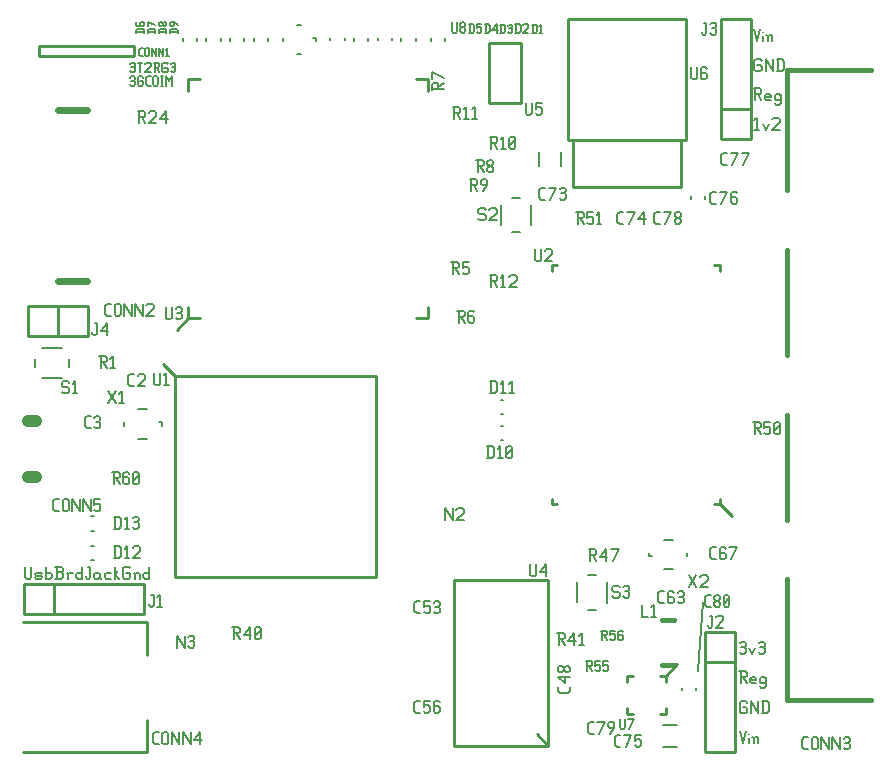
<source format=gbr>
G04 start of page 10 for group -4079 idx -4079 *
G04 Title: (unknown), topsilk *
G04 Creator: pcb 1.99z *
G04 CreationDate: Tue 11 Sep 2012 02:04:04 GMT UTC *
G04 For: ralph *
G04 Format: Gerber/RS-274X *
G04 PCB-Dimensions (mm): 80.00 62.50 *
G04 PCB-Coordinate-Origin: lower left *
%MOMM*%
%FSLAX43Y43*%
%LNTOPSILK*%
%ADD223C,1.000*%
%ADD222C,0.250*%
%ADD221C,0.381*%
%ADD220C,0.203*%
%ADD219C,0.150*%
%ADD218C,0.200*%
%ADD217C,0.554*%
%ADD216C,0.254*%
%ADD215C,0.127*%
G54D215*X57650Y12850D02*X57300Y7050D01*
X60800Y9369D02*X60927Y9496D01*
X61181D01*
X61308Y9369D01*
X61181Y8480D02*X61308Y8607D01*
X60927Y8480D02*X61181D01*
X60800Y8607D02*X60927Y8480D01*
Y9039D02*X61181D01*
X61308Y9369D02*Y9166D01*
Y8912D02*Y8607D01*
Y8912D02*X61181Y9039D01*
X61308Y9166D02*X61181Y9039D01*
X61613Y8988D02*X61867Y8480D01*
X62121Y8988D02*X61867Y8480D01*
X62426Y9369D02*X62553Y9496D01*
X62807D01*
X62934Y9369D01*
X62807Y8480D02*X62934Y8607D01*
X62553Y8480D02*X62807D01*
X62426Y8607D02*X62553Y8480D01*
Y9039D02*X62807D01*
X62934Y9369D02*Y9166D01*
Y8912D02*Y8607D01*
Y8912D02*X62807Y9039D01*
X62934Y9166D02*X62807Y9039D01*
X60750Y6996D02*X61258D01*
X61385Y6869D01*
Y6615D01*
X61258Y6488D02*X61385Y6615D01*
X60877Y6488D02*X61258D01*
X60877Y6996D02*Y5980D01*
X61080Y6488D02*X61385Y5980D01*
X61817D02*X62198D01*
X61690Y6107D02*X61817Y5980D01*
X61690Y6361D02*Y6107D01*
Y6361D02*X61817Y6488D01*
X62071D01*
X62198Y6361D01*
X61690Y6234D02*X62198D01*
Y6361D02*Y6234D01*
X62884Y6488D02*X63011Y6361D01*
X62630Y6488D02*X62884D01*
X62503Y6361D02*X62630Y6488D01*
X62503Y6361D02*Y6107D01*
X62630Y5980D01*
X62884D01*
X63011Y6107D01*
X62503Y5726D02*X62630Y5599D01*
X62884D01*
X63011Y5726D01*
Y6488D02*Y5726D01*
X61308Y4446D02*X61435Y4319D01*
X60927Y4446D02*X61308D01*
X60800Y4319D02*X60927Y4446D01*
X60800Y4319D02*Y3557D01*
X60927Y3430D01*
X61308D01*
X61435Y3557D01*
Y3811D02*Y3557D01*
X61308Y3938D02*X61435Y3811D01*
X61054Y3938D02*X61308D01*
X61740Y4446D02*Y3430D01*
Y4446D02*X62375Y3430D01*
Y4446D02*Y3430D01*
X62807Y4446D02*Y3430D01*
X63137Y4446D02*X63315Y4268D01*
Y3608D01*
X63137Y3430D02*X63315Y3608D01*
X62680Y3430D02*X63137D01*
X62680Y4446D02*X63137D01*
X60800Y1946D02*X61054Y930D01*
X61308Y1946D01*
X61613Y1692D02*Y1667D01*
Y1311D02*Y930D01*
X61994Y1311D02*Y930D01*
Y1311D02*X62121Y1438D01*
X62248D01*
X62375Y1311D01*
Y930D01*
X61867Y1438D02*X61994Y1311D01*
X300Y15846D02*Y14957D01*
X427Y14830D01*
X681D01*
X808Y14957D01*
Y15846D02*Y14957D01*
X1240Y14830D02*X1621D01*
X1748Y14957D01*
X1621Y15084D02*X1748Y14957D01*
X1240Y15084D02*X1621D01*
X1113Y15211D02*X1240Y15084D01*
X1113Y15211D02*X1240Y15338D01*
X1621D01*
X1748Y15211D01*
X1113Y14957D02*X1240Y14830D01*
X2053Y15846D02*Y14830D01*
Y14957D02*X2180Y14830D01*
X2434D01*
X2561Y14957D01*
Y15211D02*Y14957D01*
X2434Y15338D02*X2561Y15211D01*
X2180Y15338D02*X2434D01*
X2053Y15211D02*X2180Y15338D01*
X2865Y14830D02*X3373D01*
X3500Y14957D01*
Y15262D02*Y14957D01*
X3373Y15389D02*X3500Y15262D01*
X2992Y15389D02*X3373D01*
X2992Y15846D02*Y14830D01*
X2865Y15846D02*X3373D01*
X3500Y15719D01*
Y15516D01*
X3373Y15389D02*X3500Y15516D01*
X3932Y15211D02*Y14830D01*
Y15211D02*X4059Y15338D01*
X4313D01*
X3805D02*X3932Y15211D01*
X5126Y15846D02*Y14830D01*
X4999D02*X5126Y14957D01*
X4745Y14830D02*X4999D01*
X4618Y14957D02*X4745Y14830D01*
X4618Y15211D02*Y14957D01*
Y15211D02*X4745Y15338D01*
X4999D01*
X5126Y15211D01*
X5609Y15846D02*X5812D01*
Y14957D01*
X5685Y14830D02*X5812Y14957D01*
X5558Y14830D02*X5685D01*
X5431Y14957D02*X5558Y14830D01*
X5431Y15084D02*Y14957D01*
X6498Y15338D02*X6625Y15211D01*
X6244Y15338D02*X6498D01*
X6117Y15211D02*X6244Y15338D01*
X6117Y15211D02*Y14957D01*
X6244Y14830D01*
X6625Y15338D02*Y14957D01*
X6752Y14830D01*
X6244D02*X6498D01*
X6625Y14957D01*
X7183Y15338D02*X7564D01*
X7056Y15211D02*X7183Y15338D01*
X7056Y15211D02*Y14957D01*
X7183Y14830D01*
X7564D01*
X7869Y15846D02*Y14830D01*
Y15211D02*X8250Y14830D01*
X7869Y15211D02*X8123Y15465D01*
X9063Y15846D02*X9190Y15719D01*
X8682Y15846D02*X9063D01*
X8555Y15719D02*X8682Y15846D01*
X8555Y15719D02*Y14957D01*
X8682Y14830D01*
X9063D01*
X9190Y14957D01*
Y15211D02*Y14957D01*
X9063Y15338D02*X9190Y15211D01*
X8809Y15338D02*X9063D01*
X9622Y15211D02*Y14830D01*
Y15211D02*X9749Y15338D01*
X9876D01*
X10003Y15211D01*
Y14830D01*
X9495Y15338D02*X9622Y15211D01*
X10816Y15846D02*Y14830D01*
X10689D02*X10816Y14957D01*
X10435Y14830D02*X10689D01*
X10308Y14957D02*X10435Y14830D01*
X10308Y15211D02*Y14957D01*
Y15211D02*X10435Y15338D01*
X10689D01*
X10816Y15211D01*
X9200Y57260D02*X9297Y57357D01*
X9490D01*
X9586Y57260D01*
X9490Y56585D02*X9586Y56681D01*
X9297Y56585D02*X9490D01*
X9200Y56681D02*X9297Y56585D01*
Y57009D02*X9490D01*
X9586Y57260D02*Y57106D01*
Y56913D02*Y56681D01*
Y56913D02*X9490Y57009D01*
X9586Y57106D02*X9490Y57009D01*
X10204Y57357D02*X10300Y57260D01*
X9914Y57357D02*X10204D01*
X9818Y57260D02*X9914Y57357D01*
X9818Y57260D02*Y56681D01*
X9914Y56585D01*
X10204D01*
X10300Y56681D01*
Y56874D02*Y56681D01*
X10204Y56971D02*X10300Y56874D01*
X10011Y56971D02*X10204D01*
X10667Y56585D02*X10918D01*
X10532Y56720D02*X10667Y56585D01*
X10532Y57222D02*Y56720D01*
Y57222D02*X10667Y57357D01*
X10918D01*
X11150Y57260D02*Y56681D01*
Y57260D02*X11246Y57357D01*
X11439D01*
X11536Y57260D01*
Y56681D01*
X11439Y56585D02*X11536Y56681D01*
X11246Y56585D02*X11439D01*
X11150Y56681D02*X11246Y56585D01*
X11767Y57357D02*X11960D01*
X11864D02*Y56585D01*
X11767D02*X11960D01*
X12192Y57357D02*Y56585D01*
Y57357D02*X12482Y56971D01*
X12771Y57357D01*
Y56585D01*
X9200Y58407D02*X9298Y58504D01*
X9493D01*
X9591Y58407D01*
X9493Y57722D02*X9591Y57820D01*
X9298Y57722D02*X9493D01*
X9200Y57820D02*X9298Y57722D01*
Y58152D02*X9493D01*
X9591Y58407D02*Y58250D01*
Y58055D02*Y57820D01*
Y58055D02*X9493Y58152D01*
X9591Y58250D02*X9493Y58152D01*
X9826Y58504D02*X10217D01*
X10021D02*Y57722D01*
X10452Y58407D02*X10550Y58504D01*
X10843D01*
X10941Y58407D01*
Y58211D01*
X10452Y57722D02*X10941Y58211D01*
X10452Y57722D02*X10941D01*
X11175Y58504D02*X11567D01*
X11664Y58407D01*
Y58211D01*
X11567Y58113D02*X11664Y58211D01*
X11273Y58113D02*X11567D01*
X11273Y58504D02*Y57722D01*
X11430Y58113D02*X11664Y57722D01*
X12290Y58504D02*X12388Y58407D01*
X11997Y58504D02*X12290D01*
X11899Y58407D02*X11997Y58504D01*
X11899Y58407D02*Y57820D01*
X11997Y57722D01*
X12290D01*
X12388Y57820D01*
Y58015D02*Y57820D01*
X12290Y58113D02*X12388Y58015D01*
X12095Y58113D02*X12290D01*
X12623Y58407D02*X12720Y58504D01*
X12916D01*
X13014Y58407D01*
X12916Y57722D02*X13014Y57820D01*
X12720Y57722D02*X12916D01*
X12623Y57820D02*X12720Y57722D01*
Y58152D02*X12916D01*
X13014Y58407D02*Y58250D01*
Y58055D02*Y57820D01*
Y58055D02*X12916Y58152D01*
X13014Y58250D02*X12916Y58152D01*
X62000Y61396D02*X62254Y60380D01*
X62508Y61396D01*
X62813Y61142D02*Y61117D01*
Y60761D02*Y60380D01*
X63194Y60761D02*Y60380D01*
Y60761D02*X63321Y60888D01*
X63448D01*
X63575Y60761D01*
Y60380D01*
X63067Y60888D02*X63194Y60761D01*
X62558Y58796D02*X62685Y58669D01*
X62177Y58796D02*X62558D01*
X62050Y58669D02*X62177Y58796D01*
X62050Y58669D02*Y57907D01*
X62177Y57780D01*
X62558D01*
X62685Y57907D01*
Y58161D02*Y57907D01*
X62558Y58288D02*X62685Y58161D01*
X62304Y58288D02*X62558D01*
X62990Y58796D02*Y57780D01*
Y58796D02*X63625Y57780D01*
Y58796D02*Y57780D01*
X64057Y58796D02*Y57780D01*
X64387Y58796D02*X64565Y58618D01*
Y57958D01*
X64387Y57780D02*X64565Y57958D01*
X63930Y57780D02*X64387D01*
X63930Y58796D02*X64387D01*
X62050Y53643D02*X62253Y53846D01*
Y52830D01*
X62050D02*X62431D01*
X62736Y53338D02*X62990Y52830D01*
X63244Y53338D02*X62990Y52830D01*
X63549Y53719D02*X63676Y53846D01*
X64057D01*
X64184Y53719D01*
Y53465D01*
X63549Y52830D02*X64184Y53465D01*
X63549Y52830D02*X64184D01*
X62000Y56346D02*X62508D01*
X62635Y56219D01*
Y55965D01*
X62508Y55838D02*X62635Y55965D01*
X62127Y55838D02*X62508D01*
X62127Y56346D02*Y55330D01*
X62330Y55838D02*X62635Y55330D01*
X63067D02*X63448D01*
X62940Y55457D02*X63067Y55330D01*
X62940Y55711D02*Y55457D01*
Y55711D02*X63067Y55838D01*
X63321D01*
X63448Y55711D01*
X62940Y55584D02*X63448D01*
Y55711D02*Y55584D01*
X64134Y55838D02*X64261Y55711D01*
X63880Y55838D02*X64134D01*
X63753Y55711D02*X63880Y55838D01*
X63753Y55711D02*Y55457D01*
X63880Y55330D01*
X64134D01*
X64261Y55457D01*
X63753Y55076D02*X63880Y54949D01*
X64134D01*
X64261Y55076D01*
Y55838D02*Y55076D01*
G54D216*X9540Y59919D02*Y59081D01*
X1461D02*X9540D01*
X1461D02*X1460Y59082D01*
Y59919D02*Y59082D01*
Y59919D02*X9540D01*
G54D217*X3050Y54500D02*X5500D01*
X3050Y40000D02*X5500D01*
G54D216*X14125Y37871D02*Y36875D01*
X15121D01*
X14125Y57125D02*Y56129D01*
Y57125D02*X15121D01*
X34375Y37871D02*Y36875D01*
X33379D02*X34375D01*
Y57125D02*Y56129D01*
X33379Y57125D02*X34375D01*
X14125Y36875D02*X13123Y35873D01*
G54D218*X31347Y60601D02*Y60401D01*
X30147Y60601D02*Y60401D01*
X27347Y60601D02*Y60401D01*
X26147Y60601D02*Y60401D01*
G54D219*X23350Y59250D02*X23650D01*
X22100Y60650D02*Y60350D01*
X24900Y60650D02*Y60350D01*
X24700Y60650D02*X24900D01*
X23350Y61750D02*X23650D01*
G54D218*X29350Y60600D02*Y60400D01*
X28150Y60600D02*Y60400D01*
X35850Y60600D02*Y60400D01*
X34650Y60600D02*Y60400D01*
X33350Y60600D02*Y60400D01*
X32150Y60600D02*Y60400D01*
X20850Y60600D02*Y60400D01*
X19650Y60600D02*Y60400D01*
X18850Y60600D02*Y60400D01*
X17650Y60600D02*Y60400D01*
X16850Y60600D02*Y60400D01*
X15650Y60600D02*Y60400D01*
X14850Y60600D02*Y60400D01*
X13650Y60600D02*Y60400D01*
G54D216*X42319Y55110D02*X39581D01*
Y60189D01*
X39582Y60190D01*
X42319D01*
Y55110D01*
G54D219*X41500Y47100D02*X42200D01*
X41500Y44150D02*X42200D01*
X43150Y46450D02*Y44750D01*
X40550Y46500D02*Y44750D01*
G54D220*X45700Y50950D02*Y49750D01*
X43800Y50950D02*Y49750D01*
G54D216*X58629Y21125D02*X59125D01*
Y21621D02*Y21125D01*
X44875D02*X45371D01*
X44875Y21621D02*Y21125D01*
X58629Y41375D02*X59125D01*
Y40879D01*
X44875Y41375D02*X45371D01*
X44875D02*Y40879D01*
X59125Y21125D02*X60127Y20123D01*
X36600Y14700D02*X44600D01*
Y700D01*
X36600D02*X44600D01*
X36600Y14700D02*Y700D01*
X44600D02*X43600Y1700D01*
G54D218*X40750Y26550D02*X40550D01*
X40750Y27750D02*X40550D01*
X40750Y28750D02*X40550D01*
X40750Y29950D02*X40550D01*
X55150Y15650D02*X54350D01*
X53150Y17050D02*Y16750D01*
X53350D01*
X55150Y18150D02*X54350D01*
X56350Y17050D02*Y16750D01*
G54D219*X47949Y12201D02*X48649D01*
X47949Y15151D02*X48649D01*
X46999Y14551D02*Y12851D01*
X49599Y14551D02*Y12801D01*
G54D216*X54527Y6627D02*Y6129D01*
X54029Y6627D02*X54527D01*
Y3871D02*Y3373D01*
X54029D02*X54527D01*
X51273Y6627D02*Y6129D01*
Y6627D02*X51771D01*
X51273Y3871D02*Y3373D01*
X51771D01*
X54527Y6627D02*X55527Y7627D01*
G54D218*X57100Y5600D02*Y5400D01*
X55900Y5600D02*Y5400D01*
G54D221*X54192Y7495D02*X55208D01*
X54192Y11305D02*X55208D01*
G54D216*X5590Y37920D02*Y35380D01*
X510D02*X5590D01*
X510Y37920D02*Y35380D01*
Y37920D02*X5590D01*
X510D02*Y35380D01*
Y37920D02*X3050D01*
Y35380D01*
X510D02*X3050D01*
X10380Y14370D02*Y11830D01*
X220D02*X10380D01*
X220Y14370D02*Y11830D01*
Y14370D02*X10380D01*
X220D02*Y11830D01*
Y14370D02*X2760D01*
Y11830D01*
X220D02*X2760D01*
G54D222*X10600Y150D02*Y2850D01*
Y11150D02*Y8350D01*
Y11150D02*X100D01*
X10600Y150D02*X100D01*
G54D218*X5900Y17600D02*X6100D01*
X5900Y16400D02*X6100D01*
X9850Y29200D02*X10650D01*
X11850Y28100D02*Y27800D01*
X11650Y28100D02*X11850D01*
X9850Y26700D02*X10650D01*
X8650Y28100D02*Y27800D01*
G54D219*X4050Y33450D02*Y32750D01*
X1100Y33450D02*Y32750D01*
X1700Y31800D02*X3400D01*
X1700Y34400D02*X3450D01*
G54D223*X500Y28210D02*X1200D01*
X500Y23450D02*X1200D01*
G54D218*X5900Y20100D02*X6100D01*
X5900Y18900D02*X6100D01*
G54D216*X13000Y15000D02*X30000D01*
X13000Y32000D02*Y15000D01*
Y32000D02*X30000D01*
Y15000D01*
X13000Y32000D02*X12000Y33000D01*
G54D221*X64840Y57920D02*Y47760D01*
Y42680D02*Y33790D01*
Y14810D02*Y4580D01*
X71950D01*
X64840Y57920D02*X71950D01*
X64840Y28710D02*Y19820D01*
G54D218*X57839Y47214D02*Y47014D01*
X56639Y47214D02*Y47014D01*
G54D216*X46650Y48000D02*Y52000D01*
X55850Y48000D02*X46650D01*
X55850Y52000D02*Y48000D01*
X46250Y52000D02*Y62200D01*
X56250Y52000D02*Y62200D01*
Y52000D02*X46250D01*
X56250Y62200D02*X46250D01*
X59230Y62180D02*X61770D01*
Y52020D01*
X59230D02*X61770D01*
X59230Y62180D02*Y52020D01*
X61770D01*
X59230Y54560D02*Y52020D01*
Y54560D02*X61770D01*
Y52020D01*
X57880Y170D02*X60420D01*
X57880Y10330D02*Y170D01*
Y10330D02*X60420D01*
Y170D01*
X57880Y10330D02*X60420D01*
Y7790D01*
X57880D02*X60420D01*
X57880Y10330D02*Y7790D01*
G54D220*X54300Y550D02*X55500D01*
X54300Y2450D02*X55500D01*
G54D215*X36394Y41642D02*X36902D01*
X37029Y41515D01*
Y41261D01*
X36902Y41134D02*X37029Y41261D01*
X36521Y41134D02*X36902D01*
X36521Y41642D02*Y40626D01*
X36724Y41134D02*X37029Y40626D01*
X37334Y41642D02*X37842D01*
X37334D02*Y41134D01*
X37461Y41261D01*
X37715D01*
X37842Y41134D01*
Y40753D01*
X37715Y40626D02*X37842Y40753D01*
X37461Y40626D02*X37715D01*
X37334Y40753D02*X37461Y40626D01*
X43500Y42746D02*Y41857D01*
X43627Y41730D01*
X43881D01*
X44008Y41857D01*
Y42746D02*Y41857D01*
X44313Y42619D02*X44440Y42746D01*
X44821D01*
X44948Y42619D01*
Y42365D01*
X44313Y41730D02*X44948Y42365D01*
X44313Y41730D02*X44948D01*
X39646Y40522D02*X40154D01*
X40281Y40395D01*
Y40141D01*
X40154Y40014D02*X40281Y40141D01*
X39773Y40014D02*X40154D01*
X39773Y40522D02*Y39506D01*
X39976Y40014D02*X40281Y39506D01*
X40586Y40319D02*X40789Y40522D01*
Y39506D01*
X40586D02*X40967D01*
X41271Y40395D02*X41398Y40522D01*
X41779D01*
X41906Y40395D01*
Y40141D01*
X41271Y39506D02*X41906Y40141D01*
X41271Y39506D02*X41906D01*
X36870Y37526D02*X37378D01*
X37505Y37399D01*
Y37145D01*
X37378Y37018D02*X37505Y37145D01*
X36997Y37018D02*X37378D01*
X36997Y37526D02*Y36510D01*
X37200Y37018D02*X37505Y36510D01*
X38191Y37526D02*X38318Y37399D01*
X37937Y37526D02*X38191D01*
X37810Y37399D02*X37937Y37526D01*
X37810Y37399D02*Y36637D01*
X37937Y36510D01*
X38191Y37069D02*X38318Y36942D01*
X37810Y37069D02*X38191D01*
X37937Y36510D02*X38191D01*
X38318Y36637D01*
Y36942D02*Y36637D01*
X39780Y31541D02*Y30525D01*
X40111Y31541D02*X40288Y31363D01*
Y30703D01*
X40111Y30525D02*X40288Y30703D01*
X39654Y30525D02*X40111D01*
X39654Y31541D02*X40111D01*
X40593Y31338D02*X40797Y31541D01*
Y30525D01*
X40593D02*X40974D01*
X41279Y31338D02*X41482Y31541D01*
Y30525D01*
X41279D02*X41660D01*
X46962Y45868D02*X47470D01*
X47597Y45741D01*
Y45487D01*
X47470Y45360D02*X47597Y45487D01*
X47089Y45360D02*X47470D01*
X47089Y45868D02*Y44852D01*
X47292Y45360D02*X47597Y44852D01*
X47902Y45868D02*X48410D01*
X47902D02*Y45360D01*
X48029Y45487D01*
X48283D01*
X48410Y45360D01*
Y44979D01*
X48283Y44852D02*X48410Y44979D01*
X48029Y44852D02*X48283D01*
X47902Y44979D02*X48029Y44852D01*
X48715Y45665D02*X48918Y45868D01*
Y44852D01*
X48715D02*X49096D01*
X39158Y46196D02*X39285Y46069D01*
X38777Y46196D02*X39158D01*
X38650Y46069D02*X38777Y46196D01*
X38650Y46069D02*Y45815D01*
X38777Y45688D01*
X39158D01*
X39285Y45561D01*
Y45307D01*
X39158Y45180D02*X39285Y45307D01*
X38777Y45180D02*X39158D01*
X38650Y45307D02*X38777Y45180D01*
X39590Y46069D02*X39717Y46196D01*
X40098D01*
X40225Y46069D01*
Y45815D01*
X39590Y45180D02*X40225Y45815D01*
X39590Y45180D02*X40225D01*
X42700Y55146D02*Y54257D01*
X42827Y54130D01*
X43081D01*
X43208Y54257D01*
Y55146D02*Y54257D01*
X43513Y55146D02*X44021D01*
X43513D02*Y54638D01*
X43640Y54765D01*
X43894D01*
X44021Y54638D01*
Y54257D01*
X43894Y54130D02*X44021Y54257D01*
X43640Y54130D02*X43894D01*
X43513Y54257D02*X43640Y54130D01*
X36518Y54766D02*X37026D01*
X37153Y54639D01*
Y54385D01*
X37026Y54258D02*X37153Y54385D01*
X36645Y54258D02*X37026D01*
X36645Y54766D02*Y53750D01*
X36848Y54258D02*X37153Y53750D01*
X37458Y54563D02*X37661Y54766D01*
Y53750D01*
X37458D02*X37839D01*
X38144Y54563D02*X38347Y54766D01*
Y53750D01*
X38144D02*X38525D01*
X38504Y50266D02*X39012D01*
X39139Y50139D01*
Y49885D01*
X39012Y49758D02*X39139Y49885D01*
X38631Y49758D02*X39012D01*
X38631Y50266D02*Y49250D01*
X38834Y49758D02*X39139Y49250D01*
X39444Y49377D02*X39571Y49250D01*
X39444Y49580D02*Y49377D01*
Y49580D02*X39622Y49758D01*
X39774D01*
X39952Y49580D01*
Y49377D01*
X39825Y49250D02*X39952Y49377D01*
X39571Y49250D02*X39825D01*
X39444Y49936D02*X39622Y49758D01*
X39444Y50139D02*Y49936D01*
Y50139D02*X39571Y50266D01*
X39825D01*
X39952Y50139D01*
Y49936D01*
X39774Y49758D02*X39952Y49936D01*
X34753Y56679D02*Y56171D01*
Y56679D02*X34880Y56806D01*
X35134D01*
X35261Y56679D02*X35134Y56806D01*
X35261Y56679D02*Y56298D01*
X34753D02*X35769D01*
X35261Y56501D02*X35769Y56806D01*
Y57237D02*X34753Y57745D01*
Y57110D01*
X39650Y52246D02*X40158D01*
X40285Y52119D01*
Y51865D01*
X40158Y51738D02*X40285Y51865D01*
X39777Y51738D02*X40158D01*
X39777Y52246D02*Y51230D01*
X39980Y51738D02*X40285Y51230D01*
X40590Y52043D02*X40793Y52246D01*
Y51230D01*
X40590D02*X40971D01*
X41276Y51357D02*X41403Y51230D01*
X41276Y52119D02*Y51357D01*
Y52119D02*X41403Y52246D01*
X41657D01*
X41784Y52119D01*
Y51357D01*
X41657Y51230D02*X41784Y51357D01*
X41403Y51230D02*X41657D01*
X41276Y51484D02*X41784Y51992D01*
X43286Y61738D02*Y61047D01*
X43510Y61738D02*X43631Y61617D01*
Y61168D01*
X43510Y61047D02*X43631Y61168D01*
X43200Y61047D02*X43510D01*
X43200Y61738D02*X43510D01*
X43839Y61599D02*X43977Y61738D01*
Y61047D01*
X43839D02*X44098D01*
X37989Y61775D02*Y61064D01*
X38220Y61775D02*X38344Y61651D01*
Y61188D01*
X38220Y61064D02*X38344Y61188D01*
X37900Y61064D02*X38220D01*
X37900Y61775D02*X38220D01*
X38558D02*X38913D01*
X38558D02*Y61420D01*
X38646Y61508D01*
X38824D01*
X38913Y61420D01*
Y61153D01*
X38824Y61064D02*X38913Y61153D01*
X38646Y61064D02*X38824D01*
X38558Y61153D02*X38646Y61064D01*
X39290Y61769D02*Y61048D01*
X39524Y61769D02*X39650Y61643D01*
Y61174D01*
X39524Y61048D02*X39650Y61174D01*
X39199Y61048D02*X39524D01*
X39199Y61769D02*X39524D01*
X39867Y61318D02*X40227Y61769D01*
X39867Y61318D02*X40318D01*
X40227Y61769D02*Y61048D01*
X40608Y61754D02*Y61043D01*
X40839Y61754D02*X40964Y61630D01*
Y61167D01*
X40839Y61043D02*X40964Y61167D01*
X40519Y61043D02*X40839D01*
X40519Y61754D02*X40839D01*
X41177Y61665D02*X41266Y61754D01*
X41444D01*
X41533Y61665D01*
X41444Y61043D02*X41533Y61132D01*
X41266Y61043D02*X41444D01*
X41177Y61132D02*X41266Y61043D01*
Y61434D02*X41444D01*
X41533Y61665D02*Y61523D01*
Y61345D02*Y61132D01*
Y61345D02*X41444Y61434D01*
X41533Y61523D02*X41444Y61434D01*
X41888Y61762D02*Y61051D01*
X42119Y61762D02*X42244Y61637D01*
Y61175D01*
X42119Y61051D02*X42244Y61175D01*
X41799Y61051D02*X42119D01*
X41799Y61762D02*X42119D01*
X42457Y61673D02*X42546Y61762D01*
X42813D01*
X42902Y61673D01*
Y61495D01*
X42457Y61051D02*X42902Y61495D01*
X42457Y61051D02*X42902D01*
X36450Y61934D02*Y61178D01*
X36558Y61070D01*
X36774D01*
X36882Y61178D01*
Y61934D02*Y61178D01*
X37141D02*X37249Y61070D01*
X37141Y61351D02*Y61178D01*
Y61351D02*X37292Y61502D01*
X37422D01*
X37573Y61351D01*
Y61178D01*
X37465Y61070D02*X37573Y61178D01*
X37249Y61070D02*X37465D01*
X37141Y61653D02*X37292Y61502D01*
X37141Y61826D02*Y61653D01*
Y61826D02*X37249Y61934D01*
X37465D01*
X37573Y61826D01*
Y61653D01*
X37422Y61502D02*X37573Y61653D01*
X37959Y48640D02*X38467D01*
X38594Y48513D01*
Y48259D01*
X38467Y48132D02*X38594Y48259D01*
X38086Y48132D02*X38467D01*
X38086Y48640D02*Y47624D01*
X38289Y48132D02*X38594Y47624D01*
X39025D02*X39406Y48132D01*
Y48513D02*Y48132D01*
X39279Y48640D02*X39406Y48513D01*
X39025Y48640D02*X39279D01*
X38898Y48513D02*X39025Y48640D01*
X38898Y48513D02*Y48259D01*
X39025Y48132D01*
X39406D01*
X43978Y46930D02*X44308D01*
X43800Y47108D02*X43978Y46930D01*
X43800Y47768D02*Y47108D01*
Y47768D02*X43978Y47946D01*
X44308D01*
X44740Y46930D02*X45248Y47946D01*
X44613D02*X45248D01*
X45552Y47819D02*X45679Y47946D01*
X45933D01*
X46060Y47819D01*
X45933Y46930D02*X46060Y47057D01*
X45679Y46930D02*X45933D01*
X45552Y47057D02*X45679Y46930D01*
Y47488D02*X45933D01*
X46060Y47819D02*Y47616D01*
Y47362D02*Y47057D01*
Y47362D02*X45933Y47488D01*
X46060Y47616D02*X45933Y47488D01*
X33428Y3481D02*X33759D01*
X33251Y3658D02*X33428Y3481D01*
X33251Y4319D02*Y3658D01*
Y4319D02*X33428Y4497D01*
X33759D01*
X34063D02*X34571D01*
X34063D02*Y3989D01*
X34190Y4116D01*
X34444D01*
X34571Y3989D01*
Y3608D01*
X34444Y3481D02*X34571Y3608D01*
X34190Y3481D02*X34444D01*
X34063Y3608D02*X34190Y3481D01*
X35257Y4497D02*X35384Y4370D01*
X35003Y4497D02*X35257D01*
X34876Y4370D02*X35003Y4497D01*
X34876Y4370D02*Y3608D01*
X35003Y3481D01*
X35257Y4039D02*X35384Y3912D01*
X34876Y4039D02*X35257D01*
X35003Y3481D02*X35257D01*
X35384Y3608D01*
Y3912D02*Y3608D01*
X33439Y11917D02*X33769D01*
X33261Y12095D02*X33439Y11917D01*
X33261Y12755D02*Y12095D01*
Y12755D02*X33439Y12933D01*
X33769D01*
X34074D02*X34582D01*
X34074D02*Y12425D01*
X34201Y12552D01*
X34455D01*
X34582Y12425D01*
Y12044D01*
X34455Y11917D02*X34582Y12044D01*
X34201Y11917D02*X34455D01*
X34074Y12044D02*X34201Y11917D01*
X34887Y12806D02*X35014Y12933D01*
X35268D01*
X35395Y12806D01*
X35268Y11917D02*X35395Y12044D01*
X35014Y11917D02*X35268D01*
X34887Y12044D02*X35014Y11917D01*
Y12476D02*X35268D01*
X35395Y12806D02*Y12603D01*
Y12349D02*Y12044D01*
Y12349D02*X35268Y12476D01*
X35395Y12603D02*X35268Y12476D01*
X43050Y16046D02*Y15157D01*
X43177Y15030D01*
X43431D01*
X43558Y15157D01*
Y16046D02*Y15157D01*
X43863Y15411D02*X44371Y16046D01*
X43863Y15411D02*X44498D01*
X44371Y16046D02*Y15030D01*
X45350Y10196D02*X45858D01*
X45985Y10069D01*
Y9815D01*
X45858Y9688D02*X45985Y9815D01*
X45477Y9688D02*X45858D01*
X45477Y10196D02*Y9180D01*
X45680Y9688D02*X45985Y9180D01*
X46290Y9561D02*X46798Y10196D01*
X46290Y9561D02*X46925D01*
X46798Y10196D02*Y9180D01*
X47230Y9993D02*X47433Y10196D01*
Y9180D01*
X47230D02*X47611D01*
X46420Y5658D02*Y5328D01*
X46242Y5150D02*X46420Y5328D01*
X45582Y5150D02*X46242D01*
X45582D02*X45404Y5328D01*
Y5658D02*Y5328D01*
X46039Y5963D02*X45404Y6471D01*
X46039Y6598D02*Y5963D01*
X45404Y6471D02*X46420D01*
X46293Y6903D02*X46420Y7030D01*
X46090Y6903D02*X46293D01*
X46090D02*X45912Y7080D01*
Y7233D02*Y7080D01*
Y7233D02*X46090Y7411D01*
X46293D01*
X46420Y7284D02*X46293Y7411D01*
X46420Y7284D02*Y7030D01*
X45734Y6903D02*X45912Y7080D01*
X45531Y6903D02*X45734D01*
X45531D02*X45404Y7030D01*
Y7284D02*Y7030D01*
Y7284D02*X45531Y7411D01*
X45734D01*
X45912Y7233D02*X45734Y7411D01*
X39527Y26046D02*Y25030D01*
X39857Y26046D02*X40035Y25868D01*
Y25208D01*
X39857Y25030D02*X40035Y25208D01*
X39400Y25030D02*X39857D01*
X39400Y26046D02*X39857D01*
X40340Y25843D02*X40543Y26046D01*
Y25030D01*
X40340D02*X40721D01*
X41026Y25157D02*X41153Y25030D01*
X41026Y25919D02*Y25157D01*
Y25919D02*X41153Y26046D01*
X41407D01*
X41534Y25919D01*
Y25157D01*
X41407Y25030D02*X41534Y25157D01*
X41153Y25030D02*X41407D01*
X41026Y25284D02*X41534Y25792D01*
X35850Y20812D02*Y19796D01*
Y20812D02*X36485Y19796D01*
Y20812D02*Y19796D01*
X36790Y20685D02*X36917Y20812D01*
X37298D01*
X37425Y20685D01*
Y20431D01*
X36790Y19796D02*X37425Y20431D01*
X36790Y19796D02*X37425D01*
X61952Y28058D02*X62460D01*
X62587Y27931D01*
Y27677D01*
X62460Y27550D02*X62587Y27677D01*
X62079Y27550D02*X62460D01*
X62079Y28058D02*Y27042D01*
X62282Y27550D02*X62587Y27042D01*
X62892Y28058D02*X63400D01*
X62892D02*Y27550D01*
X63019Y27677D01*
X63273D01*
X63400Y27550D01*
Y27169D01*
X63273Y27042D02*X63400Y27169D01*
X63019Y27042D02*X63273D01*
X62892Y27169D02*X63019Y27042D01*
X63704Y27169D02*X63831Y27042D01*
X63704Y27931D02*Y27169D01*
Y27931D02*X63831Y28058D01*
X64085D01*
X64212Y27931D01*
Y27169D01*
X64085Y27042D02*X64212Y27169D01*
X63831Y27042D02*X64085D01*
X63704Y27296D02*X64212Y27804D01*
X48028Y17340D02*X48536D01*
X48662Y17213D01*
Y16959D01*
X48536Y16832D02*X48662Y16959D01*
X48154Y16832D02*X48536D01*
X48154Y17340D02*Y16324D01*
X48358Y16832D02*X48662Y16324D01*
X48967Y16705D02*X49475Y17340D01*
X48967Y16705D02*X49602D01*
X49475Y17340D02*Y16324D01*
X50034D02*X50542Y17340D01*
X49907D02*X50542D01*
X57778Y61896D02*X57981D01*
Y61007D01*
X57854Y60880D02*X57981Y61007D01*
X57727Y60880D02*X57854D01*
X57600Y61007D02*X57727Y60880D01*
X57600Y61134D02*Y61007D01*
X58286Y61769D02*X58413Y61896D01*
X58667D01*
X58794Y61769D01*
X58667Y60880D02*X58794Y61007D01*
X58413Y60880D02*X58667D01*
X58286Y61007D02*X58413Y60880D01*
Y61439D02*X58667D01*
X58794Y61769D02*Y61566D01*
Y61312D02*Y61007D01*
Y61312D02*X58667Y61439D01*
X58794Y61566D02*X58667Y61439D01*
X56698Y58124D02*Y57235D01*
X56825Y57108D01*
X57079D01*
X57206Y57235D01*
Y58124D02*Y57235D01*
X57892Y58124D02*X58019Y57997D01*
X57638Y58124D02*X57892D01*
X57511Y57997D02*X57638Y58124D01*
X57511Y57997D02*Y57235D01*
X57638Y57108D01*
X57892Y57667D02*X58019Y57540D01*
X57511Y57667D02*X57892D01*
X57638Y57108D02*X57892D01*
X58019Y57235D01*
Y57540D02*Y57235D01*
X50628Y44880D02*X50958D01*
X50450Y45058D02*X50628Y44880D01*
X50450Y45718D02*Y45058D01*
Y45718D02*X50628Y45896D01*
X50958D01*
X51390Y44880D02*X51898Y45896D01*
X51263D02*X51898D01*
X52202Y45261D02*X52710Y45896D01*
X52202Y45261D02*X52837D01*
X52710Y45896D02*Y44880D01*
X53722Y44872D02*X54052D01*
X53544Y45050D02*X53722Y44872D01*
X53544Y45710D02*Y45050D01*
Y45710D02*X53722Y45888D01*
X54052D01*
X54484Y44872D02*X54992Y45888D01*
X54357D02*X54992D01*
X55297Y44999D02*X55424Y44872D01*
X55297Y45202D02*Y44999D01*
Y45202D02*X55474Y45380D01*
X55627D01*
X55805Y45202D01*
Y44999D01*
X55678Y44872D02*X55805Y44999D01*
X55424Y44872D02*X55678D01*
X55297Y45558D02*X55474Y45380D01*
X55297Y45761D02*Y45558D01*
Y45761D02*X55424Y45888D01*
X55678D01*
X55805Y45761D01*
Y45558D01*
X55627Y45380D02*X55805Y45558D01*
X58492Y46591D02*X58822D01*
X58314Y46768D02*X58492Y46591D01*
X58314Y47429D02*Y46768D01*
Y47429D02*X58492Y47607D01*
X58822D01*
X59254Y46591D02*X59762Y47607D01*
X59127D02*X59762D01*
X60448D02*X60575Y47480D01*
X60194Y47607D02*X60448D01*
X60067Y47480D02*X60194Y47607D01*
X60067Y47480D02*Y46718D01*
X60194Y46591D01*
X60448Y47149D02*X60575Y47022D01*
X60067Y47149D02*X60448D01*
X60194Y46591D02*X60448D01*
X60575Y46718D01*
Y47022D02*Y46718D01*
X59394Y49868D02*X59724D01*
X59216Y50046D02*X59394Y49868D01*
X59216Y50706D02*Y50046D01*
Y50706D02*X59394Y50884D01*
X59724D01*
X60156Y49868D02*X60664Y50884D01*
X60029D02*X60664D01*
X61096Y49868D02*X61604Y50884D01*
X60969D02*X61604D01*
X58478Y16480D02*X58808D01*
X58300Y16658D02*X58478Y16480D01*
X58300Y17318D02*Y16658D01*
Y17318D02*X58478Y17496D01*
X58808D01*
X59494D02*X59621Y17369D01*
X59240Y17496D02*X59494D01*
X59113Y17369D02*X59240Y17496D01*
X59113Y17369D02*Y16607D01*
X59240Y16480D01*
X59494Y17039D02*X59621Y16912D01*
X59113Y17039D02*X59494D01*
X59240Y16480D02*X59494D01*
X59621Y16607D01*
Y16912D02*Y16607D01*
X60053Y16480D02*X60561Y17496D01*
X59926D02*X60561D01*
X66264Y378D02*X66594D01*
X66086Y556D02*X66264Y378D01*
X66086Y1216D02*Y556D01*
Y1216D02*X66264Y1394D01*
X66594D01*
X66899Y1267D02*Y505D01*
Y1267D02*X67026Y1394D01*
X67280D01*
X67407Y1267D01*
Y505D01*
X67280Y378D02*X67407Y505D01*
X67026Y378D02*X67280D01*
X66899Y505D02*X67026Y378D01*
X67711Y1394D02*Y378D01*
Y1394D02*X68346Y378D01*
Y1394D02*Y378D01*
X68651Y1394D02*Y378D01*
Y1394D02*X69286Y378D01*
Y1394D02*Y378D01*
X69591Y1267D02*X69718Y1394D01*
X69972D01*
X70099Y1267D01*
X69972Y378D02*X70099Y505D01*
X69718Y378D02*X69972D01*
X69591Y505D02*X69718Y378D01*
Y937D02*X69972D01*
X70099Y1267D02*Y1064D01*
Y810D02*Y505D01*
Y810D02*X69972Y937D01*
X70099Y1064D02*X69972Y937D01*
X58278Y11696D02*X58481D01*
Y10807D01*
X58354Y10680D02*X58481Y10807D01*
X58227Y10680D02*X58354D01*
X58100Y10807D02*X58227Y10680D01*
X58100Y10934D02*Y10807D01*
X58786Y11569D02*X58913Y11696D01*
X59294D01*
X59421Y11569D01*
Y11315D01*
X58786Y10680D02*X59421Y11315D01*
X58786Y10680D02*X59421D01*
X52496Y12622D02*Y11606D01*
X53004D01*
X53309Y12419D02*X53512Y12622D01*
Y11606D01*
X53309D02*X53690D01*
X49056Y10442D02*X49472D01*
X49576Y10338D01*
Y10130D01*
X49472Y10025D02*X49576Y10130D01*
X49160Y10025D02*X49472D01*
X49160Y10442D02*Y9609D01*
X49327Y10025D02*X49576Y9609D01*
X49826Y10442D02*X50243D01*
X49826D02*Y10025D01*
X49931Y10130D01*
X50139D01*
X50243Y10025D01*
Y9713D01*
X50139Y9609D02*X50243Y9713D01*
X49931Y9609D02*X50139D01*
X49826Y9713D02*X49931Y9609D01*
X50805Y10442D02*X50909Y10338D01*
X50597Y10442D02*X50805D01*
X50493Y10338D02*X50597Y10442D01*
X50493Y10338D02*Y9713D01*
X50597Y9609D01*
X50805Y10067D02*X50909Y9963D01*
X50493Y10067D02*X50805D01*
X50597Y9609D02*X50805D01*
X50909Y9713D01*
Y9963D02*Y9713D01*
X50376Y592D02*X50703D01*
X50200Y768D02*X50376Y592D01*
X50200Y1422D02*Y768D01*
Y1422D02*X50376Y1598D01*
X50703D01*
X51130Y592D02*X51633Y1598D01*
X51004D02*X51633D01*
X51935D02*X52438D01*
X51935D02*Y1095D01*
X52061Y1221D01*
X52312D01*
X52438Y1095D01*
Y718D01*
X52312Y592D02*X52438Y718D01*
X52061Y592D02*X52312D01*
X51935Y718D02*X52061Y592D01*
X50650Y2967D02*Y2238D01*
X50754Y2134D01*
X50962D01*
X51067Y2238D01*
Y2967D02*Y2238D01*
X51421Y2134D02*X51837Y2967D01*
X51316D02*X51837D01*
X48094Y1696D02*X48424D01*
X47916Y1874D02*X48094Y1696D01*
X47916Y2534D02*Y1874D01*
Y2534D02*X48094Y2712D01*
X48424D01*
X48856Y1696D02*X49364Y2712D01*
X48729D02*X49364D01*
X49796Y1696D02*X50177Y2204D01*
Y2585D02*Y2204D01*
X50050Y2712D02*X50177Y2585D01*
X49796Y2712D02*X50050D01*
X49669Y2585D02*X49796Y2712D01*
X49669Y2585D02*Y2331D01*
X49796Y2204D01*
X50177D01*
X47804Y7870D02*X48221D01*
X48325Y7766D01*
Y7557D01*
X48221Y7453D02*X48325Y7557D01*
X47908Y7453D02*X48221D01*
X47908Y7870D02*Y7037D01*
X48075Y7453D02*X48325Y7037D01*
X48575Y7870D02*X48991D01*
X48575D02*Y7453D01*
X48679Y7557D01*
X48887D01*
X48991Y7453D01*
Y7141D01*
X48887Y7037D02*X48991Y7141D01*
X48679Y7037D02*X48887D01*
X48575Y7141D02*X48679Y7037D01*
X49241Y7870D02*X49658D01*
X49241D02*Y7453D01*
X49345Y7557D01*
X49554D01*
X49658Y7453D01*
Y7141D01*
X49554Y7037D02*X49658Y7141D01*
X49345Y7037D02*X49554D01*
X49241Y7141D02*X49345Y7037D01*
X54085Y12746D02*X54416D01*
X53908Y12924D02*X54085Y12746D01*
X53908Y13584D02*Y12924D01*
Y13584D02*X54085Y13762D01*
X54416D01*
X55101D02*X55228Y13635D01*
X54847Y13762D02*X55101D01*
X54720Y13635D02*X54847Y13762D01*
X54720Y13635D02*Y12873D01*
X54847Y12746D01*
X55101Y13305D02*X55228Y13178D01*
X54720Y13305D02*X55101D01*
X54847Y12746D02*X55101D01*
X55228Y12873D01*
Y13178D02*Y12873D01*
X55533Y13635D02*X55660Y13762D01*
X55914D01*
X56041Y13635D01*
X55914Y12746D02*X56041Y12873D01*
X55660Y12746D02*X55914D01*
X55533Y12873D02*X55660Y12746D01*
Y13305D02*X55914D01*
X56041Y13635D02*Y13432D01*
Y13178D02*Y12873D01*
Y13178D02*X55914Y13305D01*
X56041Y13432D02*X55914Y13305D01*
X56500Y14130D02*X57135Y15146D01*
X56500D02*X57135Y14130D01*
X57440Y15019D02*X57567Y15146D01*
X57948D01*
X58075Y15019D01*
Y14765D01*
X57440Y14130D02*X58075Y14765D01*
X57440Y14130D02*X58075D01*
X58031Y12442D02*X58351D01*
X57858Y12614D02*X58031Y12442D01*
X57858Y13255D02*Y12614D01*
Y13255D02*X58031Y13427D01*
X58351D01*
X58647Y12565D02*X58770Y12442D01*
X58647Y12762D02*Y12565D01*
Y12762D02*X58819Y12934D01*
X58967D01*
X59139Y12762D01*
Y12565D01*
X59016Y12442D02*X59139Y12565D01*
X58770Y12442D02*X59016D01*
X58647Y13107D02*X58819Y12934D01*
X58647Y13304D02*Y13107D01*
Y13304D02*X58770Y13427D01*
X59016D01*
X59139Y13304D01*
Y13107D01*
X58967Y12934D02*X59139Y13107D01*
X59435Y12565D02*X59558Y12442D01*
X59435Y13304D02*Y12565D01*
Y13304D02*X59558Y13427D01*
X59805D01*
X59928Y13304D01*
Y12565D01*
X59805Y12442D02*X59928Y12565D01*
X59558Y12442D02*X59805D01*
X59435Y12688D02*X59928Y13181D01*
X50509Y14247D02*X50636Y14120D01*
X50128Y14247D02*X50509D01*
X50001Y14120D02*X50128Y14247D01*
X50001Y14120D02*Y13866D01*
X50128Y13739D01*
X50509D01*
X50636Y13612D01*
Y13358D01*
X50509Y13231D02*X50636Y13358D01*
X50128Y13231D02*X50509D01*
X50001Y13358D02*X50128Y13231D01*
X50941Y14120D02*X51068Y14247D01*
X51322D01*
X51449Y14120D01*
X51322Y13231D02*X51449Y13358D01*
X51068Y13231D02*X51322D01*
X50941Y13358D02*X51068Y13231D01*
Y13790D02*X51322D01*
X51449Y14120D02*Y13917D01*
Y13663D02*Y13358D01*
Y13663D02*X51322Y13790D01*
X51449Y13917D02*X51322Y13790D01*
X7666Y23862D02*X8174D01*
X8301Y23735D01*
Y23481D01*
X8174Y23354D02*X8301Y23481D01*
X7793Y23354D02*X8174D01*
X7793Y23862D02*Y22846D01*
X7996Y23354D02*X8301Y22846D01*
X8987Y23862D02*X9114Y23735D01*
X8733Y23862D02*X8987D01*
X8606Y23735D02*X8733Y23862D01*
X8606Y23735D02*Y22973D01*
X8733Y22846D01*
X8987Y23405D02*X9114Y23278D01*
X8606Y23405D02*X8987D01*
X8733Y22846D02*X8987D01*
X9114Y22973D01*
Y23278D02*Y22973D01*
X9418D02*X9545Y22846D01*
X9418Y23735D02*Y22973D01*
Y23735D02*X9545Y23862D01*
X9799D01*
X9926Y23735D01*
Y22973D01*
X9799Y22846D02*X9926Y22973D01*
X9545Y22846D02*X9799D01*
X9418Y23100D02*X9926Y23608D01*
X11278Y830D02*X11608D01*
X11100Y1008D02*X11278Y830D01*
X11100Y1668D02*Y1008D01*
Y1668D02*X11278Y1846D01*
X11608D01*
X11913Y1719D02*Y957D01*
Y1719D02*X12040Y1846D01*
X12294D01*
X12421Y1719D01*
Y957D01*
X12294Y830D02*X12421Y957D01*
X12040Y830D02*X12294D01*
X11913Y957D02*X12040Y830D01*
X12726Y1846D02*Y830D01*
Y1846D02*X13361Y830D01*
Y1846D02*Y830D01*
X13665Y1846D02*Y830D01*
Y1846D02*X14300Y830D01*
Y1846D02*Y830D01*
X14605Y1211D02*X15113Y1846D01*
X14605Y1211D02*X15240D01*
X15113Y1846D02*Y830D01*
X2832Y20561D02*X3162D01*
X2654Y20739D02*X2832Y20561D01*
X2654Y21399D02*Y20739D01*
Y21399D02*X2832Y21577D01*
X3162D01*
X3467Y21450D02*Y20688D01*
Y21450D02*X3594Y21577D01*
X3848D01*
X3975Y21450D01*
Y20688D01*
X3848Y20561D02*X3975Y20688D01*
X3594Y20561D02*X3848D01*
X3467Y20688D02*X3594Y20561D01*
X4280Y21577D02*Y20561D01*
Y21577D02*X4915Y20561D01*
Y21577D02*Y20561D01*
X5220Y21577D02*Y20561D01*
Y21577D02*X5855Y20561D01*
Y21577D02*Y20561D01*
X6159Y21577D02*X6667D01*
X6159D02*Y21069D01*
X6286Y21196D01*
X6540D01*
X6667Y21069D01*
Y20688D01*
X6540Y20561D02*X6667Y20688D01*
X6286Y20561D02*X6540D01*
X6159Y20688D02*X6286Y20561D01*
X7927Y20096D02*Y19080D01*
X8257Y20096D02*X8435Y19918D01*
Y19257D01*
X8257Y19080D02*X8435Y19257D01*
X7800Y19080D02*X8257D01*
X7800Y20096D02*X8257D01*
X8740Y19892D02*X8943Y20096D01*
Y19080D01*
X8740D02*X9121D01*
X9426Y19968D02*X9553Y20096D01*
X9807D01*
X9934Y19968D01*
X9807Y19080D02*X9934Y19206D01*
X9553Y19080D02*X9807D01*
X9426Y19206D02*X9553Y19080D01*
Y19638D02*X9807D01*
X9934Y19968D02*Y19765D01*
Y19511D02*Y19206D01*
Y19511D02*X9807Y19638D01*
X9934Y19765D02*X9807Y19638D01*
X7928Y17590D02*Y16574D01*
X8258Y17590D02*X8436Y17412D01*
Y16751D01*
X8258Y16574D02*X8436Y16751D01*
X7801Y16574D02*X8258D01*
X7801Y17590D02*X8258D01*
X8741Y17386D02*X8944Y17590D01*
Y16574D01*
X8741D02*X9122D01*
X9427Y17463D02*X9554Y17590D01*
X9935D01*
X10062Y17463D01*
Y17209D01*
X9427Y16574D02*X10062Y17209D01*
X9427Y16574D02*X10062D01*
X10071Y59080D02*X10283D01*
X9957Y59194D02*X10071Y59080D01*
X9957Y59616D02*Y59194D01*
Y59616D02*X10071Y59730D01*
X10283D01*
X10478Y59649D02*Y59161D01*
Y59649D02*X10559Y59730D01*
X10721D01*
X10803Y59649D01*
Y59161D01*
X10721Y59080D02*X10803Y59161D01*
X10559Y59080D02*X10721D01*
X10478Y59161D02*X10559Y59080D01*
X10998Y59730D02*Y59080D01*
Y59730D02*X11404Y59080D01*
Y59730D02*Y59080D01*
X11599Y59730D02*Y59080D01*
Y59730D02*X12006Y59080D01*
Y59730D02*Y59080D01*
X12201Y59600D02*X12331Y59730D01*
Y59080D01*
X12201D02*X12445D01*
X12563Y61081D02*X13213D01*
X12563Y61292D02*X12677Y61406D01*
X13100D01*
X13213Y61292D02*X13100Y61406D01*
X13213Y61292D02*Y60999D01*
X12563Y61292D02*Y60999D01*
X13213Y61682D02*X12888Y61926D01*
X12644D02*X12888D01*
X12563Y61845D02*X12644Y61926D01*
X12563Y61845D02*Y61682D01*
X12644Y61601D02*X12563Y61682D01*
X12644Y61601D02*X12807D01*
X12888Y61682D01*
Y61926D02*Y61682D01*
X11613Y61081D02*X12263D01*
X11613Y61292D02*X11727Y61406D01*
X12150D01*
X12263Y61292D02*X12150Y61406D01*
X12263Y61292D02*Y60999D01*
X11613Y61292D02*Y60999D01*
X12182Y61601D02*X12263Y61682D01*
X12052Y61601D02*X12182D01*
X12052D02*X11938Y61715D01*
Y61812D02*Y61715D01*
Y61812D02*X12052Y61926D01*
X12182D01*
X12263Y61845D02*X12182Y61926D01*
X12263Y61845D02*Y61682D01*
X11824Y61601D02*X11938Y61715D01*
X11694Y61601D02*X11824D01*
X11694D02*X11613Y61682D01*
Y61845D02*Y61682D01*
Y61845D02*X11694Y61926D01*
X11824D01*
X11938Y61812D02*X11824Y61926D01*
X9842Y54430D02*X10350D01*
X10477Y54303D01*
Y54049D01*
X10350Y53922D02*X10477Y54049D01*
X9969Y53922D02*X10350D01*
X9969Y54430D02*Y53414D01*
X10172Y53922D02*X10477Y53414D01*
X10782Y54303D02*X10909Y54430D01*
X11290D01*
X11417Y54303D01*
Y54049D01*
X10782Y53414D02*X11417Y54049D01*
X10782Y53414D02*X11417D01*
X11722Y53795D02*X12230Y54430D01*
X11722Y53795D02*X12357D01*
X12230Y54430D02*Y53414D01*
X10663Y61081D02*X11313D01*
X10663Y61292D02*X10777Y61406D01*
X11200D01*
X11313Y61292D02*X11200Y61406D01*
X11313Y61292D02*Y60999D01*
X10663Y61292D02*Y60999D01*
X11313Y61682D02*X10663Y62007D01*
Y61601D01*
X9713Y61081D02*X10363D01*
X9713Y61292D02*X9827Y61406D01*
X10249D01*
X10363Y61292D02*X10249Y61406D01*
X10363Y61292D02*Y60999D01*
X9713Y61292D02*Y60999D01*
Y61845D02*X9794Y61926D01*
X9713Y61845D02*Y61682D01*
X9794Y61601D02*X9713Y61682D01*
X9794Y61601D02*X10282D01*
X10363Y61682D01*
X10006Y61845D02*X10087Y61926D01*
X10006Y61845D02*Y61601D01*
X10363Y61845D02*Y61682D01*
Y61845D02*X10282Y61926D01*
X10087D02*X10282D01*
X17854Y10709D02*X18362D01*
X18489Y10582D01*
Y10328D01*
X18362Y10201D02*X18489Y10328D01*
X17981Y10201D02*X18362D01*
X17981Y10709D02*Y9693D01*
X18184Y10201D02*X18489Y9693D01*
X18793Y10074D02*X19301Y10709D01*
X18793Y10074D02*X19428D01*
X19301Y10709D02*Y9693D01*
X19733Y9820D02*X19860Y9693D01*
X19733Y10582D02*Y9820D01*
Y10582D02*X19860Y10709D01*
X20114D01*
X20241Y10582D01*
Y9820D01*
X20114Y9693D02*X20241Y9820D01*
X19860Y9693D02*X20114D01*
X19733Y9947D02*X20241Y10455D01*
X13166Y10020D02*Y9004D01*
Y10020D02*X13801Y9004D01*
Y10020D02*Y9004D01*
X14106Y9893D02*X14233Y10020D01*
X14487D01*
X14614Y9893D01*
X14487Y9004D02*X14614Y9131D01*
X14233Y9004D02*X14487D01*
X14106Y9131D02*X14233Y9004D01*
Y9563D02*X14487D01*
X14614Y9893D02*Y9690D01*
Y9436D02*Y9131D01*
Y9436D02*X14487Y9563D01*
X14614Y9690D02*X14487Y9563D01*
X10978Y13476D02*X11181D01*
Y12587D01*
X11054Y12460D02*X11181Y12587D01*
X10927Y12460D02*X11054D01*
X10800Y12587D02*X10927Y12460D01*
X10800Y12714D02*Y12587D01*
X11486Y13273D02*X11689Y13476D01*
Y12460D01*
X11486D02*X11867D01*
X5512Y27579D02*X5842D01*
X5334Y27757D02*X5512Y27579D01*
X5334Y28417D02*Y27757D01*
Y28417D02*X5512Y28595D01*
X5842D01*
X6147Y28468D02*X6274Y28595D01*
X6528D01*
X6655Y28468D01*
X6528Y27579D02*X6655Y27706D01*
X6274Y27579D02*X6528D01*
X6147Y27706D02*X6274Y27579D01*
Y28138D02*X6528D01*
X6655Y28468D02*Y28265D01*
Y28011D02*Y27706D01*
Y28011D02*X6528Y28138D01*
X6655Y28265D02*X6528Y28138D01*
X9216Y31116D02*X9546D01*
X9038Y31294D02*X9216Y31116D01*
X9038Y31954D02*Y31294D01*
Y31954D02*X9216Y32132D01*
X9546D01*
X9851Y32005D02*X9978Y32132D01*
X10359D01*
X10486Y32005D01*
Y31751D01*
X9851Y31116D02*X10486Y31751D01*
X9851Y31116D02*X10486D01*
X11250Y32246D02*Y31357D01*
X11377Y31230D01*
X11631D01*
X11758Y31357D01*
Y32246D02*Y31357D01*
X12063Y32043D02*X12266Y32246D01*
Y31230D01*
X12063D02*X12444D01*
X7333Y29673D02*X7968Y30689D01*
X7333D02*X7968Y29673D01*
X8273Y30486D02*X8476Y30689D01*
Y29673D01*
X8273D02*X8654D01*
X3908Y31546D02*X4035Y31419D01*
X3527Y31546D02*X3908D01*
X3400Y31419D02*X3527Y31546D01*
X3400Y31419D02*Y31165D01*
X3527Y31038D01*
X3908D01*
X4035Y30911D01*
Y30657D01*
X3908Y30530D02*X4035Y30657D01*
X3527Y30530D02*X3908D01*
X3400Y30657D02*X3527Y30530D01*
X4340Y31343D02*X4543Y31546D01*
Y30530D01*
X4340D02*X4721D01*
X6584Y33646D02*X7092D01*
X7220Y33519D01*
Y33265D01*
X7092Y33138D02*X7220Y33265D01*
X6712Y33138D02*X7092D01*
X6712Y33646D02*Y32630D01*
X6915Y33138D02*X7220Y32630D01*
X7524Y33443D02*X7728Y33646D01*
Y32630D01*
X7524D02*X7905D01*
X12223Y37822D02*Y36933D01*
X12350Y36806D01*
X12604D01*
X12731Y36933D01*
Y37822D02*Y36933D01*
X13036Y37695D02*X13163Y37822D01*
X13417D01*
X13544Y37695D01*
X13417Y36806D02*X13544Y36933D01*
X13163Y36806D02*X13417D01*
X13036Y36933D02*X13163Y36806D01*
Y37365D02*X13417D01*
X13544Y37695D02*Y37492D01*
Y37238D02*Y36933D01*
Y37238D02*X13417Y37365D01*
X13544Y37492D02*X13417Y37365D01*
X6178Y36446D02*X6381D01*
Y35557D01*
X6254Y35430D02*X6381Y35557D01*
X6127Y35430D02*X6254D01*
X6000Y35557D02*X6127Y35430D01*
X6000Y35684D02*Y35557D01*
X6686Y35811D02*X7194Y36446D01*
X6686Y35811D02*X7321D01*
X7194Y36446D02*Y35430D01*
X7246Y37078D02*X7576D01*
X7068Y37256D02*X7246Y37078D01*
X7068Y37916D02*Y37256D01*
Y37916D02*X7246Y38094D01*
X7576D01*
X7881Y37967D02*Y37205D01*
Y37967D02*X8008Y38094D01*
X8262D01*
X8389Y37967D01*
Y37205D01*
X8262Y37078D02*X8389Y37205D01*
X8008Y37078D02*X8262D01*
X7881Y37205D02*X8008Y37078D01*
X8694Y38094D02*Y37078D01*
Y38094D02*X9329Y37078D01*
Y38094D02*Y37078D01*
X9634Y38094D02*Y37078D01*
Y38094D02*X10269Y37078D01*
Y38094D02*Y37078D01*
X10573Y37967D02*X10700Y38094D01*
X11081D01*
X11208Y37967D01*
Y37713D01*
X10573Y37078D02*X11208Y37713D01*
X10573Y37078D02*X11208D01*
M02*

</source>
